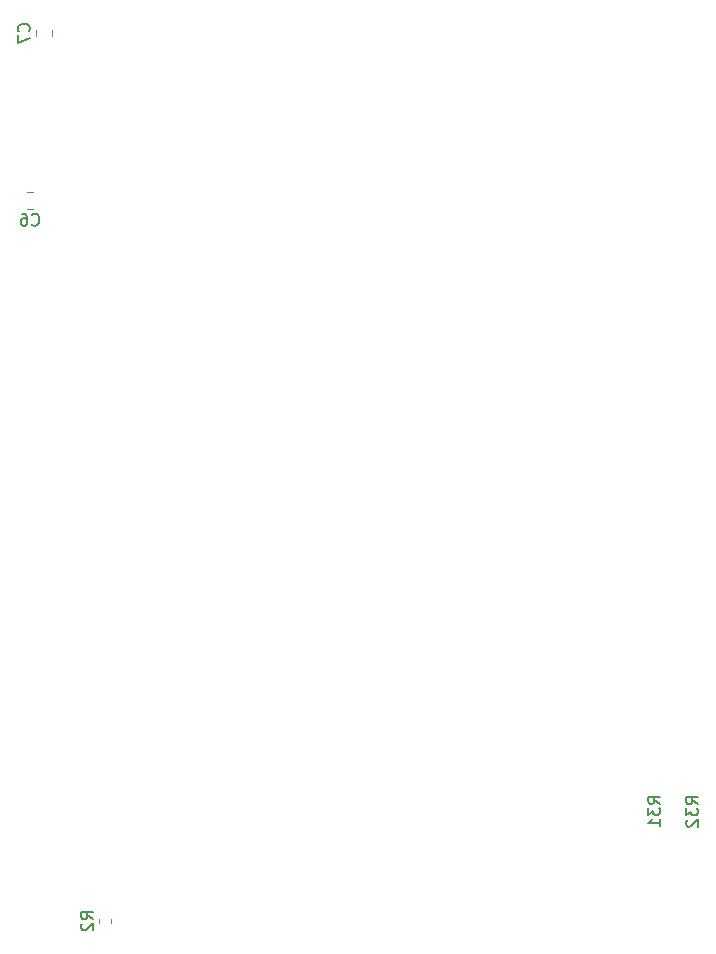
<source format=gbr>
G04 #@! TF.GenerationSoftware,KiCad,Pcbnew,5.1.6-c6e7f7d~87~ubuntu20.04.1*
G04 #@! TF.CreationDate,2021-01-28T11:24:30+02:00*
G04 #@! TF.ProjectId,LED_test_V1.3,4c45445f-7465-4737-945f-56312e332e6b,rev?*
G04 #@! TF.SameCoordinates,Original*
G04 #@! TF.FileFunction,Legend,Bot*
G04 #@! TF.FilePolarity,Positive*
%FSLAX46Y46*%
G04 Gerber Fmt 4.6, Leading zero omitted, Abs format (unit mm)*
G04 Created by KiCad (PCBNEW 5.1.6-c6e7f7d~87~ubuntu20.04.1) date 2021-01-28 11:24:30*
%MOMM*%
%LPD*%
G01*
G04 APERTURE LIST*
%ADD10C,0.120000*%
%ADD11C,0.150000*%
G04 APERTURE END LIST*
D10*
X131338748Y-78510000D02*
X131861252Y-78510000D01*
X131338748Y-77090000D02*
X131861252Y-77090000D01*
X132078000Y-63350748D02*
X132078000Y-63873252D01*
X133498000Y-63350748D02*
X133498000Y-63873252D01*
X138432000Y-138625733D02*
X138432000Y-138968267D01*
X137412000Y-138625733D02*
X137412000Y-138968267D01*
D11*
X188158380Y-128897142D02*
X187682190Y-128563809D01*
X188158380Y-128325714D02*
X187158380Y-128325714D01*
X187158380Y-128706666D01*
X187206000Y-128801904D01*
X187253619Y-128849523D01*
X187348857Y-128897142D01*
X187491714Y-128897142D01*
X187586952Y-128849523D01*
X187634571Y-128801904D01*
X187682190Y-128706666D01*
X187682190Y-128325714D01*
X187158380Y-129230476D02*
X187158380Y-129849523D01*
X187539333Y-129516190D01*
X187539333Y-129659047D01*
X187586952Y-129754285D01*
X187634571Y-129801904D01*
X187729809Y-129849523D01*
X187967904Y-129849523D01*
X188063142Y-129801904D01*
X188110761Y-129754285D01*
X188158380Y-129659047D01*
X188158380Y-129373333D01*
X188110761Y-129278095D01*
X188063142Y-129230476D01*
X187253619Y-130230476D02*
X187206000Y-130278095D01*
X187158380Y-130373333D01*
X187158380Y-130611428D01*
X187206000Y-130706666D01*
X187253619Y-130754285D01*
X187348857Y-130801904D01*
X187444095Y-130801904D01*
X187586952Y-130754285D01*
X188158380Y-130182857D01*
X188158380Y-130801904D01*
X184952380Y-128857142D02*
X184476190Y-128523809D01*
X184952380Y-128285714D02*
X183952380Y-128285714D01*
X183952380Y-128666666D01*
X184000000Y-128761904D01*
X184047619Y-128809523D01*
X184142857Y-128857142D01*
X184285714Y-128857142D01*
X184380952Y-128809523D01*
X184428571Y-128761904D01*
X184476190Y-128666666D01*
X184476190Y-128285714D01*
X183952380Y-129190476D02*
X183952380Y-129809523D01*
X184333333Y-129476190D01*
X184333333Y-129619047D01*
X184380952Y-129714285D01*
X184428571Y-129761904D01*
X184523809Y-129809523D01*
X184761904Y-129809523D01*
X184857142Y-129761904D01*
X184904761Y-129714285D01*
X184952380Y-129619047D01*
X184952380Y-129333333D01*
X184904761Y-129238095D01*
X184857142Y-129190476D01*
X184952380Y-130761904D02*
X184952380Y-130190476D01*
X184952380Y-130476190D02*
X183952380Y-130476190D01*
X184095238Y-130380952D01*
X184190476Y-130285714D01*
X184238095Y-130190476D01*
X131766666Y-79807142D02*
X131814285Y-79854761D01*
X131957142Y-79902380D01*
X132052380Y-79902380D01*
X132195238Y-79854761D01*
X132290476Y-79759523D01*
X132338095Y-79664285D01*
X132385714Y-79473809D01*
X132385714Y-79330952D01*
X132338095Y-79140476D01*
X132290476Y-79045238D01*
X132195238Y-78950000D01*
X132052380Y-78902380D01*
X131957142Y-78902380D01*
X131814285Y-78950000D01*
X131766666Y-78997619D01*
X130909523Y-78902380D02*
X131100000Y-78902380D01*
X131195238Y-78950000D01*
X131242857Y-78997619D01*
X131338095Y-79140476D01*
X131385714Y-79330952D01*
X131385714Y-79711904D01*
X131338095Y-79807142D01*
X131290476Y-79854761D01*
X131195238Y-79902380D01*
X131004761Y-79902380D01*
X130909523Y-79854761D01*
X130861904Y-79807142D01*
X130814285Y-79711904D01*
X130814285Y-79473809D01*
X130861904Y-79378571D01*
X130909523Y-79330952D01*
X131004761Y-79283333D01*
X131195238Y-79283333D01*
X131290476Y-79330952D01*
X131338095Y-79378571D01*
X131385714Y-79473809D01*
X131495142Y-63445333D02*
X131542761Y-63397714D01*
X131590380Y-63254857D01*
X131590380Y-63159619D01*
X131542761Y-63016761D01*
X131447523Y-62921523D01*
X131352285Y-62873904D01*
X131161809Y-62826285D01*
X131018952Y-62826285D01*
X130828476Y-62873904D01*
X130733238Y-62921523D01*
X130638000Y-63016761D01*
X130590380Y-63159619D01*
X130590380Y-63254857D01*
X130638000Y-63397714D01*
X130685619Y-63445333D01*
X130590380Y-63778666D02*
X130590380Y-64445333D01*
X131590380Y-64016761D01*
X136944380Y-138630333D02*
X136468190Y-138297000D01*
X136944380Y-138058904D02*
X135944380Y-138058904D01*
X135944380Y-138439857D01*
X135992000Y-138535095D01*
X136039619Y-138582714D01*
X136134857Y-138630333D01*
X136277714Y-138630333D01*
X136372952Y-138582714D01*
X136420571Y-138535095D01*
X136468190Y-138439857D01*
X136468190Y-138058904D01*
X136039619Y-139011285D02*
X135992000Y-139058904D01*
X135944380Y-139154142D01*
X135944380Y-139392238D01*
X135992000Y-139487476D01*
X136039619Y-139535095D01*
X136134857Y-139582714D01*
X136230095Y-139582714D01*
X136372952Y-139535095D01*
X136944380Y-138963666D01*
X136944380Y-139582714D01*
M02*

</source>
